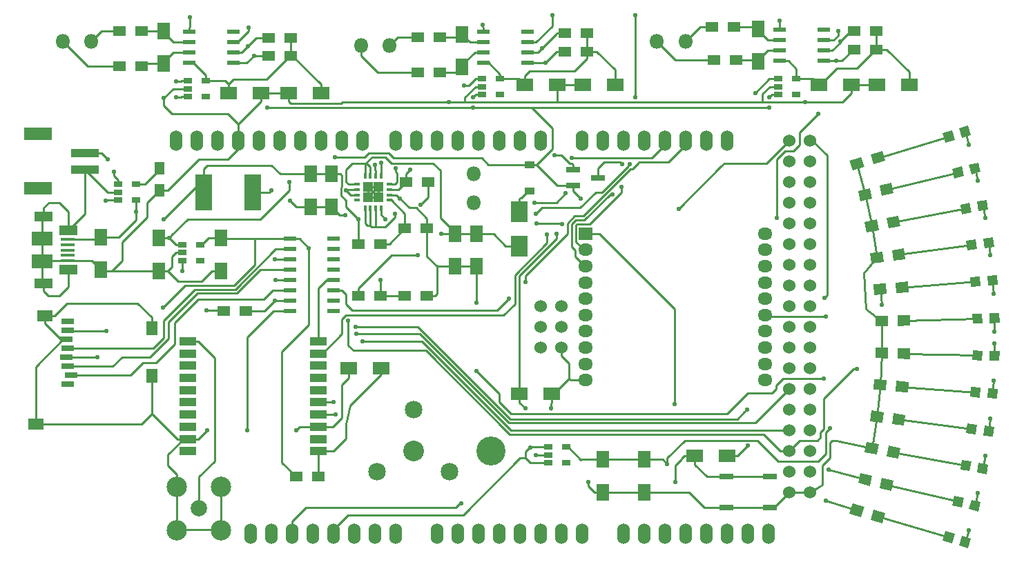
<source format=gbr>
G04 #@! TF.FileFunction,Copper,L1,Top,Signal*
%FSLAX46Y46*%
G04 Gerber Fmt 4.6, Leading zero omitted, Abs format (unit mm)*
G04 Created by KiCad (PCBNEW 4.0.0-rc1-stable) date 11/11/2015 4:04:06 PM*
%MOMM*%
G01*
G04 APERTURE LIST*
%ADD10C,0.100000*%
%ADD11O,1.524000X2.540000*%
%ADD12C,1.524000*%
%ADD13O,1.800860X1.501140*%
%ADD14R,1.800860X1.501140*%
%ADD15R,1.998980X1.000760*%
%ADD16R,1.501140X0.749300*%
%ADD17R,1.899920X1.399540*%
%ADD18R,1.399540X1.800860*%
%ADD19R,1.778000X0.762000*%
%ADD20O,1.798320X1.798320*%
%ADD21C,3.556000*%
%ADD22C,2.540000*%
%ADD23C,2.159000*%
%ADD24R,1.998980X4.500880*%
%ADD25R,1.300000X1.500000*%
%ADD26R,1.500000X1.300000*%
%ADD27R,1.600000X2.000000*%
%ADD28R,0.800000X0.350000*%
%ADD29R,0.350000X0.800000*%
%ADD30R,1.250000X1.250000*%
%ADD31R,1.800860X0.800100*%
%ADD32R,1.060000X0.650000*%
%ADD33R,3.497580X0.995680*%
%ADD34R,3.497580X0.998220*%
%ADD35R,3.398520X1.498600*%
%ADD36R,3.395980X1.498600*%
%ADD37R,1.550000X0.600000*%
%ADD38R,1.220000X0.910000*%
%ADD39R,1.699260X0.398780*%
%ADD40R,2.301240X1.300480*%
%ADD41R,2.202180X1.300480*%
%ADD42R,2.499360X1.800860*%
%ADD43R,2.029460X2.651760*%
%ADD44R,2.000000X1.600000*%
%ADD45R,1.500000X0.600000*%
%ADD46C,1.998980*%
%ADD47C,2.500000*%
%ADD48C,0.584200*%
%ADD49C,0.254000*%
G04 APERTURE END LIST*
D10*
D11*
X119380000Y-101600000D03*
X121920000Y-101600000D03*
X124460000Y-101600000D03*
X127000000Y-101600000D03*
X129540000Y-101600000D03*
X132080000Y-101600000D03*
X134620000Y-101600000D03*
X137160000Y-101600000D03*
X142240000Y-149860000D03*
X139700000Y-149860000D03*
X137160000Y-149860000D03*
X134620000Y-149860000D03*
X124460000Y-149860000D03*
X119380000Y-149860000D03*
X116840000Y-149860000D03*
X127000000Y-149860000D03*
X129540000Y-149860000D03*
X132080000Y-149860000D03*
X114300000Y-149860000D03*
X111760000Y-149860000D03*
X109220000Y-149860000D03*
X101600000Y-149860000D03*
X104140000Y-149860000D03*
X106680000Y-149860000D03*
X96520000Y-149860000D03*
X93980000Y-149860000D03*
X91440000Y-149860000D03*
X86360000Y-149860000D03*
X83820000Y-149860000D03*
X114300000Y-101600000D03*
X111760000Y-101600000D03*
X109220000Y-101600000D03*
X106680000Y-101600000D03*
X104140000Y-101600000D03*
X101600000Y-101600000D03*
X99060000Y-101600000D03*
X96520000Y-101600000D03*
X92456000Y-101600000D03*
X89916000Y-101600000D03*
X87376000Y-101600000D03*
X84836000Y-101600000D03*
X82296000Y-101600000D03*
X79756000Y-101600000D03*
X77216000Y-101600000D03*
X74676000Y-101600000D03*
X88900000Y-149860000D03*
D12*
X144780000Y-104140000D03*
X147320000Y-104140000D03*
X144780000Y-106680000D03*
X147320000Y-106680000D03*
X144780000Y-109220000D03*
X147320000Y-109220000D03*
X144780000Y-111760000D03*
X147320000Y-111760000D03*
X144780000Y-101600000D03*
X147320000Y-101600000D03*
X147320000Y-114300000D03*
X144780000Y-114300000D03*
X144780000Y-116840000D03*
X147320000Y-116840000D03*
X144780000Y-119380000D03*
X147320000Y-119380000D03*
X144780000Y-121920000D03*
X147320000Y-121920000D03*
X144780000Y-124460000D03*
X147320000Y-124460000D03*
X144780000Y-127000000D03*
X147320000Y-127000000D03*
X144780000Y-129540000D03*
X147320000Y-129540000D03*
X144780000Y-132080000D03*
X147320000Y-132080000D03*
X144780000Y-134620000D03*
X147320000Y-134620000D03*
X144780000Y-137160000D03*
X147320000Y-137160000D03*
X144780000Y-139700000D03*
X147320000Y-139700000D03*
X144780000Y-142240000D03*
X147320000Y-142240000D03*
X144780000Y-144780000D03*
X147320000Y-144780000D03*
X114300000Y-121920000D03*
X116840000Y-121920000D03*
X114300000Y-124460000D03*
X116840000Y-124460000D03*
X114300000Y-127000000D03*
X116840000Y-127000000D03*
D11*
X81280000Y-149860000D03*
X78740000Y-149860000D03*
X72136000Y-101600000D03*
X69596000Y-101600000D03*
D13*
X141810740Y-113030000D03*
X141810740Y-121031000D03*
X141810740Y-125028960D03*
X141810740Y-123029980D03*
X141810740Y-117030500D03*
X141810740Y-119029480D03*
X141810740Y-115028980D03*
X141810740Y-129029460D03*
X141810740Y-131030980D03*
X141810740Y-127030480D03*
X119809260Y-127030480D03*
X119809260Y-131030980D03*
X119809260Y-129029460D03*
X119809260Y-115028980D03*
X119809260Y-119029480D03*
X119809260Y-117030500D03*
X119809260Y-123029980D03*
X119809260Y-125028960D03*
X119809260Y-121031000D03*
D14*
X119809260Y-113030000D03*
D15*
X86995000Y-139753340D03*
X86995000Y-138254740D03*
X86995000Y-136753600D03*
X86995000Y-135255000D03*
X86995000Y-133753860D03*
X86995000Y-132255260D03*
X86995000Y-130754120D03*
X86995000Y-129255520D03*
X86995000Y-127754380D03*
X86995000Y-126255780D03*
X70993000Y-126255780D03*
X70993000Y-127754380D03*
X70993000Y-129255520D03*
X70993000Y-130754120D03*
X70993000Y-132255260D03*
X70993000Y-133753860D03*
X70993000Y-135255000D03*
X70993000Y-136753600D03*
X70993000Y-138254740D03*
X70993000Y-139753340D03*
D16*
X56299100Y-124940060D03*
X56299100Y-123840240D03*
X56098440Y-126039880D03*
X56299100Y-127139700D03*
X56299100Y-131538980D03*
X56697880Y-130439160D03*
X56299100Y-129339340D03*
X56098440Y-128239520D03*
D17*
X53449220Y-123139200D03*
X52349400Y-136387840D03*
D18*
X66598800Y-124688600D03*
X66598800Y-130489960D03*
D19*
X137033000Y-146685000D03*
X142367000Y-146685000D03*
X142367000Y-142875000D03*
X137033000Y-142875000D03*
D20*
X59182000Y-89408000D03*
X55684420Y-89408000D03*
X95758000Y-89916000D03*
X92260420Y-89916000D03*
X132021580Y-89408000D03*
X128524000Y-89408000D03*
D21*
X108204000Y-139700000D03*
D22*
X98679000Y-139700000D03*
D23*
X98679000Y-134620000D03*
X94234000Y-142240000D03*
X103124000Y-142240000D03*
D20*
X106045000Y-109220000D03*
X106045000Y-105722420D03*
D24*
X78945740Y-107950000D03*
X72946260Y-107950000D03*
D25*
X67564000Y-104996000D03*
X67564000Y-107696000D03*
D26*
X91915000Y-114300000D03*
X94615000Y-114300000D03*
X91915000Y-120650000D03*
X94615000Y-120650000D03*
X97630000Y-120650000D03*
X100330000Y-120650000D03*
X97790000Y-106680000D03*
X100490000Y-106680000D03*
X97630000Y-112395000D03*
X100330000Y-112395000D03*
D27*
X103759000Y-113062000D03*
X103759000Y-117062000D03*
D26*
X75405000Y-122555000D03*
X78105000Y-122555000D03*
X155401000Y-88138000D03*
X152701000Y-88138000D03*
D28*
X91726000Y-106975000D03*
X91726000Y-107625000D03*
X91726000Y-108275000D03*
X91726000Y-108925000D03*
D29*
X92751000Y-109950000D03*
X93401000Y-109950000D03*
X94051000Y-109950000D03*
X94701000Y-109950000D03*
D28*
X95726000Y-108925000D03*
X95726000Y-108275000D03*
X95726000Y-107625000D03*
X95726000Y-106975000D03*
D29*
X94701000Y-105950000D03*
X94051000Y-105950000D03*
X93401000Y-105950000D03*
X92751000Y-105950000D03*
D30*
X94351000Y-108575000D03*
X94351000Y-107325000D03*
X93101000Y-108575000D03*
X93101000Y-107325000D03*
D31*
X118259860Y-105222000D03*
X118259860Y-107122000D03*
X121262140Y-106172000D03*
D32*
X143426000Y-94046000D03*
X143426000Y-94996000D03*
X143426000Y-95946000D03*
X145626000Y-95946000D03*
X145626000Y-94046000D03*
X107104000Y-94046000D03*
X107104000Y-94996000D03*
X107104000Y-95946000D03*
X109304000Y-95946000D03*
X109304000Y-94046000D03*
X71036000Y-94300000D03*
X71036000Y-95250000D03*
X71036000Y-96200000D03*
X73236000Y-96200000D03*
X73236000Y-94300000D03*
D33*
X58420000Y-103139240D03*
D34*
X58420000Y-105140760D03*
D35*
X52671980Y-100794820D03*
D36*
X52671980Y-107487720D03*
D37*
X143604000Y-88011000D03*
X143604000Y-89281000D03*
X143604000Y-90551000D03*
X143604000Y-91821000D03*
X149004000Y-91821000D03*
X149004000Y-90551000D03*
X149004000Y-89281000D03*
X149004000Y-88011000D03*
X107282000Y-88265000D03*
X107282000Y-89535000D03*
X107282000Y-90805000D03*
X107282000Y-92075000D03*
X112682000Y-92075000D03*
X112682000Y-90805000D03*
X112682000Y-89535000D03*
X112682000Y-88265000D03*
X71214000Y-88265000D03*
X71214000Y-89535000D03*
X71214000Y-90805000D03*
X71214000Y-92075000D03*
X76614000Y-92075000D03*
X76614000Y-90805000D03*
X76614000Y-89535000D03*
X76614000Y-88265000D03*
D32*
X62484000Y-107000000D03*
X62484000Y-107950000D03*
X62484000Y-108900000D03*
X64684000Y-108900000D03*
X64684000Y-107000000D03*
D38*
X112903000Y-104553000D03*
X112903000Y-107823000D03*
D39*
X56240680Y-115064540D03*
X56240680Y-114414300D03*
X56240680Y-116365020D03*
D40*
X53340000Y-110964980D03*
D41*
X56339740Y-112664240D03*
D40*
X53340000Y-119164100D03*
D41*
X56339740Y-117464840D03*
D39*
X56240680Y-115714780D03*
D42*
X53139340Y-113665000D03*
X53139340Y-116464080D03*
D39*
X56240680Y-113764060D03*
D32*
X115232000Y-139258000D03*
X115232000Y-140208000D03*
X115232000Y-141158000D03*
X117432000Y-141158000D03*
X117432000Y-139258000D03*
X70317000Y-114432000D03*
X70317000Y-115382000D03*
X70317000Y-116332000D03*
X72517000Y-116332000D03*
X72517000Y-114432000D03*
D26*
X155401000Y-90424000D03*
X152701000Y-90424000D03*
X119968000Y-88392000D03*
X117268000Y-88392000D03*
X119968000Y-90678000D03*
X117268000Y-90678000D03*
X83646000Y-89027000D03*
X80946000Y-89027000D03*
X83646000Y-91186000D03*
X80946000Y-91186000D03*
X84295000Y-142875000D03*
X86995000Y-142875000D03*
X135302000Y-87630000D03*
X138002000Y-87630000D03*
X135556000Y-91694000D03*
X138256000Y-91694000D03*
X99234000Y-88900000D03*
X101934000Y-88900000D03*
X99234000Y-93218000D03*
X101934000Y-93218000D03*
X62658000Y-88138000D03*
X65358000Y-88138000D03*
X62658000Y-92456000D03*
X65358000Y-92456000D03*
D43*
X111633000Y-110383320D03*
X111633000Y-114554000D03*
D27*
X106426000Y-113062000D03*
X106426000Y-117062000D03*
X140970000Y-91916000D03*
X140970000Y-87916000D03*
X104648000Y-92551000D03*
X104648000Y-88551000D03*
X68072000Y-92170000D03*
X68072000Y-88170000D03*
D44*
X94710000Y-129540000D03*
X90710000Y-129540000D03*
X133160000Y-140335000D03*
X137160000Y-140335000D03*
D27*
X127000000Y-140780000D03*
X127000000Y-144780000D03*
X88646000Y-105728000D03*
X88646000Y-109728000D03*
X60325000Y-113475000D03*
X60325000Y-117475000D03*
X86106000Y-105728000D03*
X86106000Y-109728000D03*
X75057000Y-113602000D03*
X75057000Y-117602000D03*
X67437000Y-113602000D03*
X67437000Y-117602000D03*
D44*
X159480000Y-94742000D03*
X155480000Y-94742000D03*
X148368000Y-94742000D03*
X152368000Y-94742000D03*
X123412000Y-94742000D03*
X119412000Y-94742000D03*
X112300000Y-94742000D03*
X116300000Y-94742000D03*
X87344000Y-95758000D03*
X83344000Y-95758000D03*
X75978000Y-95758000D03*
X79978000Y-95758000D03*
D27*
X121920000Y-140780000D03*
X121920000Y-144780000D03*
D44*
X111665000Y-132715000D03*
X115665000Y-132715000D03*
D45*
X83500000Y-113665000D03*
X83500000Y-114935000D03*
X83500000Y-116205000D03*
X83500000Y-117475000D03*
X83500000Y-118745000D03*
X83500000Y-120015000D03*
X83500000Y-121285000D03*
X83500000Y-122555000D03*
X88900000Y-122555000D03*
X88900000Y-121285000D03*
X88900000Y-120015000D03*
X88900000Y-118745000D03*
X88900000Y-117475000D03*
X88900000Y-116205000D03*
X88900000Y-114935000D03*
X88900000Y-113665000D03*
D10*
G36*
X156170975Y-102868365D02*
X156540195Y-104114830D01*
X155101965Y-104540853D01*
X154732745Y-103294388D01*
X156170975Y-102868365D01*
X156170975Y-102868365D01*
G37*
G36*
X153582161Y-103635207D02*
X153951381Y-104881672D01*
X152513151Y-105307695D01*
X152143931Y-104061230D01*
X153582161Y-103635207D01*
X153582161Y-103635207D01*
G37*
G36*
X157264824Y-106819188D02*
X157568303Y-108083268D01*
X156109748Y-108433436D01*
X155806269Y-107169356D01*
X157264824Y-106819188D01*
X157264824Y-106819188D01*
G37*
G36*
X154639426Y-107449490D02*
X154942905Y-108713570D01*
X153484350Y-109063738D01*
X153180871Y-107799658D01*
X154639426Y-107449490D01*
X154639426Y-107449490D01*
G37*
G36*
X158150405Y-110821842D02*
X158387311Y-112100073D01*
X156912429Y-112373426D01*
X156675523Y-111095195D01*
X158150405Y-110821842D01*
X158150405Y-110821842D01*
G37*
G36*
X155495617Y-111313878D02*
X155732523Y-112592109D01*
X154257641Y-112865462D01*
X154020735Y-111587231D01*
X155495617Y-111313878D01*
X155495617Y-111313878D01*
G37*
G36*
X158825291Y-114865360D02*
X158994975Y-116154239D01*
X157507807Y-116350028D01*
X157338123Y-115061149D01*
X158825291Y-114865360D01*
X158825291Y-114865360D01*
G37*
G36*
X156148389Y-115217780D02*
X156318073Y-116506659D01*
X154830905Y-116702448D01*
X154661221Y-115413569D01*
X156148389Y-115217780D01*
X156148389Y-115217780D01*
G37*
G36*
X159287628Y-118938655D02*
X159389624Y-120234648D01*
X157894248Y-120352337D01*
X157792252Y-119056344D01*
X159287628Y-118938655D01*
X159287628Y-118938655D01*
G37*
G36*
X156595952Y-119150495D02*
X156697948Y-120446488D01*
X155202572Y-120564177D01*
X155100576Y-119268184D01*
X156595952Y-119150495D01*
X156595952Y-119150495D01*
G37*
G36*
X159536153Y-123030567D02*
X159570183Y-124330122D01*
X158070697Y-124369387D01*
X158036667Y-123069832D01*
X159536153Y-123030567D01*
X159536153Y-123030567D01*
G37*
G36*
X156837079Y-123101245D02*
X156871109Y-124400800D01*
X155371623Y-124440065D01*
X155337593Y-123140510D01*
X156837079Y-123101245D01*
X156837079Y-123101245D01*
G37*
G36*
X159570183Y-127129877D02*
X159536153Y-128429432D01*
X158036667Y-128390167D01*
X158070697Y-127090612D01*
X159570183Y-127129877D01*
X159570183Y-127129877D01*
G37*
G36*
X156871109Y-127059199D02*
X156837079Y-128358754D01*
X155337593Y-128319489D01*
X155371623Y-127019934D01*
X156871109Y-127059199D01*
X156871109Y-127059199D01*
G37*
G36*
X159389624Y-131225351D02*
X159287628Y-132521344D01*
X157792252Y-132403655D01*
X157894248Y-131107662D01*
X159389624Y-131225351D01*
X159389624Y-131225351D01*
G37*
G36*
X156697948Y-131013511D02*
X156595952Y-132309504D01*
X155100576Y-132191815D01*
X155202572Y-130895822D01*
X156697948Y-131013511D01*
X156697948Y-131013511D01*
G37*
G36*
X158994975Y-135305760D02*
X158825291Y-136594639D01*
X157338123Y-136398850D01*
X157507807Y-135109971D01*
X158994975Y-135305760D01*
X158994975Y-135305760D01*
G37*
G36*
X156318073Y-134953340D02*
X156148389Y-136242219D01*
X154661221Y-136046430D01*
X154830905Y-134757551D01*
X156318073Y-134953340D01*
X156318073Y-134953340D01*
G37*
G36*
X158387311Y-139359926D02*
X158150405Y-140638157D01*
X156675523Y-140364804D01*
X156912429Y-139086573D01*
X158387311Y-139359926D01*
X158387311Y-139359926D01*
G37*
G36*
X155732523Y-138867890D02*
X155495617Y-140146121D01*
X154020735Y-139872768D01*
X154257641Y-138594537D01*
X155732523Y-138867890D01*
X155732523Y-138867890D01*
G37*
G36*
X157568303Y-143376731D02*
X157264824Y-144640811D01*
X155806269Y-144290643D01*
X156109748Y-143026563D01*
X157568303Y-143376731D01*
X157568303Y-143376731D01*
G37*
G36*
X154942905Y-142746429D02*
X154639426Y-144010509D01*
X153180871Y-143660341D01*
X153484350Y-142396261D01*
X154942905Y-142746429D01*
X154942905Y-142746429D01*
G37*
G36*
X156540195Y-147345169D02*
X156170975Y-148591634D01*
X154732745Y-148165611D01*
X155101965Y-146919146D01*
X156540195Y-147345169D01*
X156540195Y-147345169D01*
G37*
G36*
X153951381Y-146578327D02*
X153582161Y-147824792D01*
X152143931Y-147398769D01*
X152513151Y-146152304D01*
X153951381Y-146578327D01*
X153951381Y-146578327D01*
G37*
G36*
X166711699Y-99798792D02*
X167052199Y-100948302D01*
X165902689Y-101288802D01*
X165562189Y-100139292D01*
X166711699Y-99798792D01*
X166711699Y-99798792D01*
G37*
G36*
X164700057Y-100394668D02*
X165040557Y-101544178D01*
X163891047Y-101884678D01*
X163550547Y-100735168D01*
X164700057Y-100394668D01*
X164700057Y-100394668D01*
G37*
G36*
X167951752Y-104305479D02*
X168231625Y-105471234D01*
X167065870Y-105751107D01*
X166785997Y-104585352D01*
X167951752Y-104305479D01*
X167951752Y-104305479D01*
G37*
G36*
X165911682Y-104795257D02*
X166191555Y-105961012D01*
X165025800Y-106240885D01*
X164745927Y-105075130D01*
X165911682Y-104795257D01*
X165911682Y-104795257D01*
G37*
G36*
X168954244Y-108870889D02*
X169172723Y-110049694D01*
X167993918Y-110268173D01*
X167775439Y-109089368D01*
X168954244Y-108870889D01*
X168954244Y-108870889D01*
G37*
G36*
X166891336Y-109253227D02*
X167109815Y-110432032D01*
X165931010Y-110650511D01*
X165712531Y-109471706D01*
X166891336Y-109253227D01*
X166891336Y-109253227D01*
G37*
G36*
X169716427Y-113482510D02*
X169872912Y-114671133D01*
X168684289Y-114827618D01*
X168527804Y-113638995D01*
X169716427Y-113482510D01*
X169716427Y-113482510D01*
G37*
G36*
X167636337Y-113756360D02*
X167792822Y-114944983D01*
X166604199Y-115101468D01*
X166447714Y-113912845D01*
X167636337Y-113756360D01*
X167636337Y-113756360D01*
G37*
G36*
X170236212Y-118127700D02*
X170330275Y-119322885D01*
X169135090Y-119416948D01*
X169041027Y-118221763D01*
X170236212Y-118127700D01*
X170236212Y-118127700D01*
G37*
G36*
X168144640Y-118292310D02*
X168238703Y-119487495D01*
X167043518Y-119581558D01*
X166949455Y-118386373D01*
X168144640Y-118292310D01*
X168144640Y-118292310D01*
G37*
G36*
X170512175Y-122793728D02*
X170543558Y-123992197D01*
X169345089Y-124023580D01*
X169313706Y-122825111D01*
X170512175Y-122793728D01*
X170512175Y-122793728D01*
G37*
G36*
X168414853Y-122848648D02*
X168446236Y-124047117D01*
X167247767Y-124078500D01*
X167216384Y-122880031D01*
X168414853Y-122848648D01*
X168414853Y-122848648D01*
G37*
G36*
X170543558Y-127467802D02*
X170512175Y-128666271D01*
X169313706Y-128634888D01*
X169345089Y-127436419D01*
X170543558Y-127467802D01*
X170543558Y-127467802D01*
G37*
G36*
X168446236Y-127412882D02*
X168414853Y-128611351D01*
X167216384Y-128579968D01*
X167247767Y-127381499D01*
X168446236Y-127412882D01*
X168446236Y-127412882D01*
G37*
G36*
X170330275Y-132137114D02*
X170236212Y-133332299D01*
X169041027Y-133238236D01*
X169135090Y-132043051D01*
X170330275Y-132137114D01*
X170330275Y-132137114D01*
G37*
G36*
X168238703Y-131972504D02*
X168144640Y-133167689D01*
X166949455Y-133073626D01*
X167043518Y-131878441D01*
X168238703Y-131972504D01*
X168238703Y-131972504D01*
G37*
G36*
X169872912Y-136788866D02*
X169716427Y-137977489D01*
X168527804Y-137821004D01*
X168684289Y-136632381D01*
X169872912Y-136788866D01*
X169872912Y-136788866D01*
G37*
G36*
X167792822Y-136515016D02*
X167636337Y-137703639D01*
X166447714Y-137547154D01*
X166604199Y-136358531D01*
X167792822Y-136515016D01*
X167792822Y-136515016D01*
G37*
G36*
X169172723Y-141410305D02*
X168954244Y-142589110D01*
X167775439Y-142370631D01*
X167993918Y-141191826D01*
X169172723Y-141410305D01*
X169172723Y-141410305D01*
G37*
G36*
X167109815Y-141027967D02*
X166891336Y-142206772D01*
X165712531Y-141988293D01*
X165931010Y-140809488D01*
X167109815Y-141027967D01*
X167109815Y-141027967D01*
G37*
G36*
X168231625Y-145988765D02*
X167951752Y-147154520D01*
X166785997Y-146874647D01*
X167065870Y-145708892D01*
X168231625Y-145988765D01*
X168231625Y-145988765D01*
G37*
G36*
X166191555Y-145498987D02*
X165911682Y-146664742D01*
X164745927Y-146384869D01*
X165025800Y-145219114D01*
X166191555Y-145498987D01*
X166191555Y-145498987D01*
G37*
G36*
X167052199Y-150511697D02*
X166711699Y-151661207D01*
X165562189Y-151320707D01*
X165902689Y-150171197D01*
X167052199Y-150511697D01*
X167052199Y-150511697D01*
G37*
G36*
X165040557Y-149915821D02*
X164700057Y-151065331D01*
X163550547Y-150724831D01*
X163891047Y-149575321D01*
X165040557Y-149915821D01*
X165040557Y-149915821D01*
G37*
D46*
X72364600Y-146786600D03*
D47*
X75064620Y-144086580D03*
X69664580Y-144086580D03*
X69664580Y-149486620D03*
X75064620Y-149486620D03*
D48*
X78282800Y-137160000D03*
X68072000Y-96393000D03*
X71247000Y-86487000D03*
X102997000Y-96901000D03*
X107188000Y-87360110D03*
X146685000Y-96901000D03*
X143604000Y-86901000D03*
X94736933Y-104343269D03*
X115570000Y-134508890D03*
X106426000Y-121539000D03*
X120142000Y-143510000D03*
X113665000Y-140208000D03*
X83566000Y-108966000D03*
X97028000Y-108712000D03*
X90297000Y-110744000D03*
X96393000Y-110617000D03*
X93101000Y-107325000D03*
X94234000Y-108458000D03*
X84328000Y-137160000D03*
X73406000Y-137160000D03*
X91948000Y-111252000D03*
X99568000Y-109474000D03*
X95250000Y-111252000D03*
X68072000Y-111252000D03*
X60960000Y-108966000D03*
X61214000Y-103886000D03*
X139700000Y-139065000D03*
X89154000Y-135255000D03*
X115951000Y-103378000D03*
X96520000Y-105029000D03*
X89027000Y-103632000D03*
X83439000Y-106680000D03*
X80772000Y-97536000D03*
X69596000Y-96266000D03*
X69596000Y-94361000D03*
X106000000Y-97520110D03*
X104902000Y-94869000D03*
X106000000Y-96266000D03*
X142322000Y-97520110D03*
X142322000Y-96266000D03*
X140589000Y-95758000D03*
X131191000Y-109982000D03*
X116205000Y-113030000D03*
X119195810Y-108712000D03*
X149098000Y-120904000D03*
X169926000Y-126492000D03*
X113030000Y-139319000D03*
X112389000Y-134493000D03*
X68703000Y-113602000D03*
X70317000Y-117643000D03*
X73279000Y-122478800D03*
X59893200Y-128244600D03*
X67995800Y-122097800D03*
X113665000Y-110617000D03*
X85852000Y-114808000D03*
X125206103Y-104510882D03*
X167894000Y-106553000D03*
X149733000Y-136906000D03*
X129794000Y-141351000D03*
X130683000Y-133985000D03*
X166751000Y-149479000D03*
X167894000Y-144907000D03*
X169418000Y-135763000D03*
X168783000Y-140335000D03*
X149225000Y-123190000D03*
X169799000Y-131064000D03*
X116942173Y-111889219D03*
X113792000Y-111760000D03*
X61976000Y-105410000D03*
X169926000Y-125095000D03*
X156083000Y-121793000D03*
X117348000Y-108077000D03*
X113538000Y-109220000D03*
X64684000Y-110342996D03*
X169799000Y-120396000D03*
X124299951Y-104521000D03*
X169418000Y-115697000D03*
X153035000Y-129667000D03*
X168783000Y-111125000D03*
X90678000Y-123698000D03*
X81661000Y-116205000D03*
X148971000Y-130810000D03*
X106426000Y-129921000D03*
X88900000Y-133731000D03*
X166751000Y-102108000D03*
X102108000Y-113030000D03*
X99187000Y-115697000D03*
X114867000Y-92075000D03*
X79121000Y-91186000D03*
X150471764Y-91821000D03*
X98298000Y-105156000D03*
X94615000Y-118745000D03*
X93980000Y-104548270D03*
X125857000Y-86233000D03*
X125857000Y-96266000D03*
X115697000Y-86233000D03*
X78486000Y-87757000D03*
X150749000Y-88138000D03*
X81280000Y-107696000D03*
X90424000Y-107696000D03*
X130810000Y-143510000D03*
X104521000Y-146177000D03*
X124206000Y-107315000D03*
X149225000Y-145796000D03*
X123061740Y-108204000D03*
X149606000Y-141986000D03*
X78359000Y-90043000D03*
X114427000Y-90297000D03*
X151003000Y-89408000D03*
X148336000Y-98298000D03*
X143256000Y-111125000D03*
X91694000Y-125349000D03*
X81661000Y-121285000D03*
X115062000Y-113157000D03*
X118110000Y-103759000D03*
X112395000Y-118999000D03*
X110363000Y-121031000D03*
X139573000Y-134620000D03*
X91567000Y-124460000D03*
X81788000Y-118745000D03*
X61036200Y-124993400D03*
X92456000Y-126238000D03*
D49*
X83500000Y-117475000D02*
X79908400Y-117475000D01*
X79908400Y-117475000D02*
X77041390Y-120342010D01*
X77041390Y-120342010D02*
X72164590Y-120342010D01*
X72164590Y-120342010D02*
X68605400Y-123901200D01*
X68605400Y-123901200D02*
X68605400Y-125914867D01*
X68605400Y-125914867D02*
X66326467Y-128193800D01*
X66326467Y-128193800D02*
X62966600Y-128193800D01*
X62966600Y-128193800D02*
X61821060Y-129339340D01*
X61821060Y-129339340D02*
X56299100Y-129339340D01*
X68072000Y-125806200D02*
X66738500Y-127139700D01*
X66738500Y-127139700D02*
X56299100Y-127139700D01*
X68072000Y-123698000D02*
X68072000Y-125806200D01*
X71882000Y-119888000D02*
X68072000Y-123698000D01*
X81788000Y-114942066D02*
X82669934Y-114942066D01*
X82669934Y-114942066D02*
X82677000Y-114935000D01*
X76842066Y-119888000D02*
X81788000Y-114942066D01*
X83500000Y-114935000D02*
X82677000Y-114935000D01*
X71882000Y-119888000D02*
X76842066Y-119888000D01*
X155636470Y-147755390D02*
X164295552Y-150320326D01*
X156687286Y-143833687D02*
X165468741Y-145941928D01*
X157531417Y-139862365D02*
X166411173Y-141508130D01*
X158166549Y-135852305D02*
X167120268Y-137031085D01*
X158590938Y-131814503D02*
X167594079Y-132523065D01*
X158803425Y-127760022D02*
X167831310Y-127996425D01*
X158803425Y-123699977D02*
X167831310Y-123463574D01*
X158590938Y-119645496D02*
X167594079Y-118936934D01*
X158166549Y-115607694D02*
X167120268Y-114428914D01*
X157531417Y-111597634D02*
X166411173Y-109951869D01*
X156687286Y-107626312D02*
X165468741Y-105518071D01*
X155636470Y-103704609D02*
X164295552Y-101139673D01*
X78282800Y-125780800D02*
X78282800Y-137160000D01*
X81508600Y-122555000D02*
X78282800Y-125780800D01*
X83500000Y-122555000D02*
X81508600Y-122555000D01*
X64846200Y-121564400D02*
X66598800Y-123317000D01*
X66598800Y-123317000D02*
X66598800Y-124688600D01*
X56227980Y-121564400D02*
X64846200Y-121564400D01*
X53449220Y-123139200D02*
X54653180Y-123139200D01*
X54653180Y-123139200D02*
X56227980Y-121564400D01*
X66598800Y-135114030D02*
X65324990Y-136387840D01*
X65324990Y-136387840D02*
X52349400Y-136387840D01*
X66598800Y-130489960D02*
X66598800Y-135114030D01*
X66598800Y-135114030D02*
X69739510Y-138254740D01*
X69739510Y-138254740D02*
X70993000Y-138254740D01*
X52349400Y-136387840D02*
X52349400Y-129413000D01*
X52349400Y-129413000D02*
X55722520Y-126039880D01*
X55722520Y-126039880D02*
X56098440Y-126039880D01*
X53449220Y-123139200D02*
X53449220Y-124092970D01*
X53449220Y-124092970D02*
X55396130Y-126039880D01*
X55396130Y-126039880D02*
X56098440Y-126039880D01*
X102997000Y-96901000D02*
X89954100Y-96901000D01*
X89954100Y-96901000D02*
X89789000Y-97066100D01*
X89789000Y-97066100D02*
X83598100Y-97066100D01*
X83598100Y-97066100D02*
X83344000Y-96812000D01*
X83344000Y-96812000D02*
X83344000Y-95758000D01*
X105001989Y-96901000D02*
X102997000Y-96901000D01*
X141467371Y-96901000D02*
X146685000Y-96901000D01*
X151263000Y-96901000D02*
X146685000Y-96901000D01*
X71247000Y-87678000D02*
X71247000Y-86487000D01*
X71214000Y-88265000D02*
X71214000Y-87711000D01*
X71214000Y-87711000D02*
X71247000Y-87678000D01*
X71036000Y-95250000D02*
X69215000Y-95250000D01*
X69215000Y-95250000D02*
X68072000Y-96393000D01*
X68072000Y-96393000D02*
X68072000Y-97282000D01*
X68072000Y-97282000D02*
X69088000Y-98298000D01*
X69088000Y-98298000D02*
X75940000Y-98298000D01*
X75940000Y-98298000D02*
X77216000Y-99574000D01*
X107188000Y-87617000D02*
X107188000Y-87360110D01*
X107282000Y-88265000D02*
X107282000Y-87711000D01*
X107282000Y-87711000D02*
X107188000Y-87617000D01*
X105001989Y-96901000D02*
X116276182Y-96901000D01*
X116276182Y-96901000D02*
X140775482Y-96901000D01*
X116300000Y-94742000D02*
X116300000Y-95796000D01*
X116300000Y-95796000D02*
X116276182Y-95819818D01*
X116276182Y-95819818D02*
X116276182Y-96901000D01*
X116300000Y-94742000D02*
X117554000Y-94742000D01*
X117554000Y-94742000D02*
X119412000Y-94742000D01*
X140775482Y-96901000D02*
X141467371Y-96901000D01*
X143426000Y-94996000D02*
X142367000Y-94996000D01*
X142367000Y-94996000D02*
X141467371Y-95895629D01*
X141467371Y-95895629D02*
X141467371Y-96901000D01*
X143604000Y-88011000D02*
X143604000Y-86901000D01*
X94736933Y-104343269D02*
X94701000Y-105950000D01*
X94701000Y-104353000D02*
X94727202Y-104353000D01*
X94727202Y-104353000D02*
X94736933Y-104343269D01*
X107104000Y-94996000D02*
X106320000Y-94996000D01*
X106320000Y-94996000D02*
X105001989Y-96314011D01*
X105001989Y-96314011D02*
X105001989Y-96901000D01*
X152368000Y-94742000D02*
X153622000Y-94742000D01*
X153622000Y-94742000D02*
X155480000Y-94742000D01*
X151263000Y-96901000D02*
X152368000Y-95796000D01*
X152368000Y-95796000D02*
X152368000Y-94742000D01*
X79978000Y-95758000D02*
X83344000Y-95758000D01*
X77216000Y-99574000D02*
X77216000Y-101600000D01*
X79978000Y-95758000D02*
X79978000Y-96812000D01*
X79978000Y-96812000D02*
X77216000Y-99574000D01*
X155489647Y-115960114D02*
X153924000Y-117856000D01*
X154178000Y-122301000D02*
X156104351Y-123770655D01*
X153924000Y-117856000D02*
X154178000Y-122301000D01*
X155489647Y-115960114D02*
X155438886Y-115960114D01*
X149733000Y-140589000D02*
X148844000Y-141478000D01*
X148844000Y-141478000D02*
X148844000Y-143891000D01*
X149733000Y-138684000D02*
X149733000Y-140589000D01*
X149987000Y-138430000D02*
X149733000Y-138684000D01*
X150495000Y-138430000D02*
X149987000Y-138430000D01*
X154876629Y-139370329D02*
X150495000Y-138430000D01*
X148844000Y-143891000D02*
X147320000Y-144780000D01*
X115570000Y-133864000D02*
X115570000Y-134508890D01*
X115570000Y-134620000D02*
X115570000Y-134508890D01*
X115665000Y-132715000D02*
X115665000Y-133769000D01*
X115665000Y-133769000D02*
X115570000Y-133864000D01*
X156104351Y-123770655D02*
X156104351Y-127689344D01*
X156104351Y-127689344D02*
X155899262Y-131602663D01*
X155899262Y-131602663D02*
X155489647Y-135499885D01*
X155489647Y-135499885D02*
X154876629Y-139370329D01*
X155489647Y-115960114D02*
X154876629Y-112089670D01*
X154876629Y-112089670D02*
X154061888Y-108256614D01*
X154061888Y-108256614D02*
X153047656Y-104471451D01*
X106426000Y-118316000D02*
X106426000Y-121539000D01*
X106426000Y-117062000D02*
X106426000Y-118316000D01*
X116840000Y-127000000D02*
X116840000Y-128077630D01*
X116840000Y-128077630D02*
X117770000Y-129007630D01*
X117770000Y-129007630D02*
X117770000Y-130810000D01*
X117770000Y-130810000D02*
X117990980Y-131030980D01*
X117990980Y-131030980D02*
X119809260Y-131030980D01*
X115665000Y-132715000D02*
X115865000Y-132715000D01*
X115865000Y-132715000D02*
X117770000Y-130810000D01*
X120142000Y-143510000D02*
X120142000Y-144056000D01*
X120142000Y-144056000D02*
X120866000Y-144780000D01*
X120866000Y-144780000D02*
X121920000Y-144780000D01*
X115232000Y-140208000D02*
X113665000Y-140208000D01*
X142367000Y-146685000D02*
X142875000Y-146685000D01*
X142875000Y-146685000D02*
X144780000Y-144780000D01*
X147320000Y-144780000D02*
X144780000Y-144780000D01*
X142367000Y-146685000D02*
X137033000Y-146685000D01*
X132461000Y-144780000D02*
X134366000Y-146685000D01*
X134366000Y-146685000D02*
X137033000Y-146685000D01*
X127000000Y-144780000D02*
X132461000Y-144780000D01*
X121920000Y-144780000D02*
X122974000Y-144780000D01*
X122974000Y-144780000D02*
X127000000Y-144780000D01*
X83566000Y-108966000D02*
X84328000Y-109728000D01*
X84328000Y-109728000D02*
X86106000Y-109728000D01*
X95726000Y-108275000D02*
X96591000Y-108275000D01*
X96591000Y-108275000D02*
X97028000Y-108712000D01*
X100330000Y-112395000D02*
X100330000Y-111152270D01*
X100330000Y-111152270D02*
X99032730Y-109855000D01*
X99032730Y-109855000D02*
X98171000Y-109855000D01*
X98171000Y-109855000D02*
X97028000Y-108712000D01*
X93020000Y-112070000D02*
X92751000Y-111801000D01*
X92751000Y-111801000D02*
X92751000Y-109950000D01*
X93401000Y-112070000D02*
X93020000Y-112070000D01*
X93528000Y-112197000D02*
X93401000Y-112070000D01*
X93401000Y-112070000D02*
X93401000Y-109950000D01*
X94051000Y-112197000D02*
X93528000Y-112197000D01*
X90297000Y-110744000D02*
X89662000Y-110744000D01*
X89662000Y-110744000D02*
X88646000Y-109728000D01*
X96393000Y-111025270D02*
X96393000Y-110617000D01*
X94051000Y-112197000D02*
X95221270Y-112197000D01*
X95221270Y-112197000D02*
X96393000Y-111025270D01*
X100330000Y-120650000D02*
X101334000Y-120650000D01*
X101334000Y-120650000D02*
X101568000Y-120416000D01*
X101568000Y-120416000D02*
X101568000Y-117062000D01*
X106426000Y-117062000D02*
X103759000Y-117062000D01*
X100330000Y-115824000D02*
X101568000Y-117062000D01*
X101568000Y-117062000D02*
X103759000Y-117062000D01*
X100330000Y-112395000D02*
X100330000Y-115824000D01*
X93101000Y-107325000D02*
X94351000Y-107325000D01*
X94351000Y-107325000D02*
X94351000Y-108575000D01*
X94351000Y-108575000D02*
X93101000Y-108575000D01*
X93101000Y-108575000D02*
X93101000Y-107325000D01*
X94351000Y-108575000D02*
X93101000Y-107325000D01*
X94351000Y-108575000D02*
X94234000Y-108458000D01*
X94051000Y-109950000D02*
X94051000Y-112197000D01*
X70993000Y-138254740D02*
X72311260Y-138254740D01*
X84734400Y-136753600D02*
X86995000Y-136753600D01*
X84328000Y-137160000D02*
X84734400Y-136753600D01*
X72311260Y-138254740D02*
X73406000Y-137160000D01*
X90710000Y-129540000D02*
X90710000Y-130778000D01*
X90710000Y-130778000D02*
X89916000Y-131572000D01*
X89916000Y-131572000D02*
X89916000Y-135636000D01*
X89916000Y-135636000D02*
X88798400Y-136753600D01*
X88798400Y-136753600D02*
X86995000Y-136753600D01*
X88646000Y-109728000D02*
X86106000Y-109728000D01*
X77216000Y-101600000D02*
X77216000Y-102616000D01*
X77216000Y-102616000D02*
X75946000Y-103886000D01*
X75946000Y-103886000D02*
X72390000Y-103886000D01*
X72390000Y-103886000D02*
X68580000Y-107696000D01*
X68580000Y-107696000D02*
X67564000Y-107696000D01*
X67564000Y-107696000D02*
X66040000Y-109220000D01*
X62992000Y-116332000D02*
X61722000Y-117602000D01*
X62992000Y-114046000D02*
X62992000Y-116332000D01*
X66040000Y-110998000D02*
X62992000Y-114046000D01*
X66040000Y-109220000D02*
X66040000Y-110998000D01*
X58420000Y-105140760D02*
X58420000Y-110583980D01*
X58420000Y-110583980D02*
X56339740Y-112664240D01*
X62484000Y-107950000D02*
X61229240Y-107950000D01*
X61229240Y-107950000D02*
X58420000Y-105140760D01*
X67437000Y-117602000D02*
X61722000Y-117602000D01*
X61722000Y-117602000D02*
X60452000Y-117602000D01*
X60452000Y-117602000D02*
X60325000Y-117475000D01*
X83500000Y-122555000D02*
X83185000Y-122555000D01*
X68580000Y-117602000D02*
X69850000Y-118872000D01*
X69850000Y-118872000D02*
X72733000Y-118872000D01*
X72733000Y-118872000D02*
X74003000Y-117602000D01*
X74003000Y-117602000D02*
X75057000Y-117602000D01*
X69088000Y-117094000D02*
X69088000Y-115827000D01*
X69088000Y-115827000D02*
X69533000Y-115382000D01*
X69533000Y-115382000D02*
X70317000Y-115382000D01*
X68580000Y-117602000D02*
X69088000Y-117094000D01*
X67437000Y-117602000D02*
X68580000Y-117602000D01*
X56339740Y-117464840D02*
X56339740Y-119555260D01*
X53340000Y-120068340D02*
X53340000Y-119164100D01*
X53921660Y-120650000D02*
X53340000Y-120068340D01*
X55245000Y-120650000D02*
X53921660Y-120650000D01*
X56339740Y-119555260D02*
X55245000Y-120650000D01*
X53139340Y-116464080D02*
X53139340Y-118963440D01*
X53139340Y-118963440D02*
X53340000Y-119164100D01*
X53975000Y-109220000D02*
X53340000Y-109855000D01*
X56339740Y-112664240D02*
X56339740Y-110314740D01*
X56339740Y-110314740D02*
X55245000Y-109220000D01*
X55245000Y-109220000D02*
X53975000Y-109220000D01*
X53340000Y-109855000D02*
X53340000Y-110964980D01*
X53139340Y-113665000D02*
X53139340Y-111165640D01*
X53139340Y-111165640D02*
X53340000Y-110964980D01*
X56240680Y-116365020D02*
X59215020Y-116365020D01*
X59215020Y-116365020D02*
X60325000Y-117475000D01*
X56240680Y-116365020D02*
X53238400Y-116365020D01*
X53238400Y-116365020D02*
X53139340Y-116464080D01*
X53139340Y-113665000D02*
X53139340Y-114819430D01*
X53139340Y-114819430D02*
X53139340Y-116464080D01*
X68580000Y-141461508D02*
X68580000Y-140168630D01*
X68580000Y-140168630D02*
X70493890Y-138254740D01*
X70493890Y-138254740D02*
X70993000Y-138254740D01*
X69689980Y-143984980D02*
X69689980Y-142571488D01*
X69689980Y-142571488D02*
X68580000Y-141461508D01*
X69689980Y-143984980D02*
X69689980Y-145398472D01*
X69689980Y-145398472D02*
X69689980Y-149385020D01*
X75090020Y-149385020D02*
X73676528Y-149385020D01*
X73676528Y-149385020D02*
X69689980Y-149385020D01*
X75090020Y-143984980D02*
X75090020Y-145398472D01*
X75090020Y-145398472D02*
X75090020Y-149385020D01*
X69392800Y-126619000D02*
X69392800Y-123977400D01*
X69392800Y-123977400D02*
X72313800Y-121056400D01*
X67132200Y-128879600D02*
X69392800Y-126619000D01*
X65506600Y-128879600D02*
X67132200Y-128879600D01*
X63947040Y-130439160D02*
X65506600Y-128879600D01*
X56697880Y-130439160D02*
X63947040Y-130439160D01*
X80365600Y-121056400D02*
X72313800Y-121056400D01*
X81407000Y-120015000D02*
X80365600Y-121056400D01*
X83500000Y-120015000D02*
X81407000Y-120015000D01*
X73236000Y-94300000D02*
X75574000Y-94300000D01*
X75574000Y-94300000D02*
X75978000Y-94704000D01*
X75978000Y-94704000D02*
X75978000Y-95758000D01*
X71214000Y-92075000D02*
X71689000Y-92075000D01*
X71689000Y-92075000D02*
X73236000Y-93622000D01*
X73236000Y-93622000D02*
X73236000Y-94300000D01*
X76575000Y-94107000D02*
X80625000Y-94107000D01*
X80625000Y-94107000D02*
X83546000Y-91186000D01*
X83546000Y-91186000D02*
X83646000Y-91186000D01*
X75978000Y-94704000D02*
X76575000Y-94107000D01*
X83646000Y-91186000D02*
X83826000Y-91186000D01*
X83826000Y-91186000D02*
X87344000Y-94704000D01*
X87344000Y-94704000D02*
X87344000Y-95758000D01*
X83646000Y-89027000D02*
X83646000Y-91186000D01*
X109304000Y-94046000D02*
X111604000Y-94046000D01*
X111604000Y-94046000D02*
X112300000Y-94742000D01*
X107282000Y-92075000D02*
X107912000Y-92075000D01*
X107912000Y-92075000D02*
X109304000Y-93467000D01*
X109304000Y-93467000D02*
X109304000Y-94046000D01*
X119968000Y-90678000D02*
X119968000Y-91582000D01*
X119968000Y-91582000D02*
X118459000Y-93091000D01*
X118459000Y-93091000D02*
X112897000Y-93091000D01*
X112897000Y-93091000D02*
X112300000Y-93688000D01*
X112300000Y-93688000D02*
X112300000Y-94742000D01*
X121158000Y-90678000D02*
X123412000Y-92932000D01*
X123412000Y-92932000D02*
X123412000Y-94742000D01*
X119968000Y-90678000D02*
X121158000Y-90678000D01*
X119968000Y-88392000D02*
X119968000Y-90678000D01*
X148368000Y-94742000D02*
X148590000Y-94742000D01*
X148590000Y-94742000D02*
X150622000Y-92710000D01*
X155301000Y-90424000D02*
X155401000Y-90424000D01*
X150622000Y-92710000D02*
X153015000Y-92710000D01*
X153015000Y-92710000D02*
X155301000Y-90424000D01*
X156718000Y-90424000D02*
X155401000Y-90424000D01*
X155401000Y-88138000D02*
X155401000Y-90424000D01*
X156718000Y-90424000D02*
X159480000Y-93186000D01*
X159480000Y-93186000D02*
X159480000Y-94742000D01*
X145626000Y-94046000D02*
X147672000Y-94046000D01*
X147672000Y-94046000D02*
X148368000Y-94742000D01*
X143604000Y-91821000D02*
X144633000Y-91821000D01*
X144633000Y-91821000D02*
X145626000Y-92814000D01*
X145626000Y-92814000D02*
X145626000Y-93467000D01*
X145626000Y-93467000D02*
X145626000Y-94046000D01*
X91915000Y-114300000D02*
X91915000Y-111285000D01*
X91915000Y-111285000D02*
X91948000Y-111252000D01*
X90424000Y-109728000D02*
X91948000Y-111252000D01*
X89700000Y-105728000D02*
X89916000Y-105944000D01*
X88646000Y-105728000D02*
X89700000Y-105728000D01*
X89804899Y-107398831D02*
X89804899Y-108346899D01*
X89916000Y-107287730D02*
X89804899Y-107398831D01*
X89916000Y-105944000D02*
X89916000Y-107287730D01*
X89804899Y-108346899D02*
X90424000Y-108966000D01*
X90424000Y-108966000D02*
X90424000Y-109728000D01*
X100490000Y-106680000D02*
X100490000Y-108552000D01*
X100490000Y-108552000D02*
X99568000Y-109474000D01*
X94701000Y-110703000D02*
X94701000Y-109950000D01*
X95250000Y-111252000D02*
X94701000Y-110703000D01*
X72946260Y-107950000D02*
X72946260Y-105107740D01*
X82360000Y-105728000D02*
X86106000Y-105728000D01*
X81280000Y-104648000D02*
X82360000Y-105728000D01*
X73406000Y-104648000D02*
X81280000Y-104648000D01*
X72946260Y-105107740D02*
X73406000Y-104648000D01*
X72946260Y-107950000D02*
X72136000Y-107188000D01*
X72136000Y-107188000D02*
X68072000Y-111252000D01*
X86106000Y-105728000D02*
X88646000Y-105728000D01*
X58420000Y-103139240D02*
X60467240Y-103139240D01*
X61026000Y-108900000D02*
X62484000Y-108900000D01*
X60960000Y-108966000D02*
X61026000Y-108900000D01*
X60467240Y-103139240D02*
X61214000Y-103886000D01*
X139700000Y-139065000D02*
X138430000Y-140335000D01*
X138430000Y-140335000D02*
X137160000Y-140335000D01*
X94710000Y-129540000D02*
X94710000Y-130334000D01*
X94710000Y-130334000D02*
X90932000Y-134112000D01*
X90932000Y-134112000D02*
X90424000Y-136398000D01*
X90424000Y-136398000D02*
X90424000Y-136398000D01*
X90424000Y-136398000D02*
X90424000Y-138176000D01*
X90424000Y-138176000D02*
X88846660Y-139753340D01*
X88846660Y-139753340D02*
X86995000Y-139753340D01*
X86995000Y-139753340D02*
X86995000Y-142875000D01*
X68072000Y-92170000D02*
X65644000Y-92170000D01*
X65644000Y-92170000D02*
X65358000Y-92456000D01*
X71214000Y-90805000D02*
X69237000Y-90805000D01*
X69237000Y-90805000D02*
X68072000Y-91970000D01*
X68072000Y-91970000D02*
X68072000Y-92170000D01*
X65358000Y-88138000D02*
X68040000Y-88138000D01*
X68040000Y-88138000D02*
X68072000Y-88170000D01*
X71214000Y-89535000D02*
X69237000Y-89535000D01*
X69237000Y-89535000D02*
X68072000Y-88370000D01*
X68072000Y-88370000D02*
X68072000Y-88170000D01*
X101934000Y-93218000D02*
X103981000Y-93218000D01*
X103981000Y-93218000D02*
X104648000Y-92551000D01*
X107282000Y-90805000D02*
X106194000Y-90805000D01*
X106194000Y-90805000D02*
X104648000Y-92351000D01*
X104648000Y-92351000D02*
X104648000Y-92551000D01*
X107282000Y-89535000D02*
X105632000Y-89535000D01*
X105632000Y-89535000D02*
X104648000Y-88551000D01*
X101934000Y-88900000D02*
X104299000Y-88900000D01*
X104299000Y-88900000D02*
X104648000Y-88551000D01*
X138256000Y-91694000D02*
X140748000Y-91694000D01*
X140748000Y-91694000D02*
X140970000Y-91916000D01*
X143604000Y-90551000D02*
X142135000Y-90551000D01*
X142135000Y-90551000D02*
X140970000Y-91716000D01*
X140970000Y-91716000D02*
X140970000Y-91916000D01*
X138002000Y-87630000D02*
X140684000Y-87630000D01*
X140684000Y-87630000D02*
X140970000Y-87916000D01*
X140970000Y-87916000D02*
X140970000Y-88116000D01*
X140970000Y-88116000D02*
X142135000Y-89281000D01*
X142135000Y-89281000D02*
X142575000Y-89281000D01*
X142575000Y-89281000D02*
X143604000Y-89281000D01*
X62658000Y-92456000D02*
X58732420Y-92456000D01*
X58732420Y-92456000D02*
X55684420Y-89408000D01*
X62658000Y-88138000D02*
X60452000Y-88138000D01*
X60452000Y-88138000D02*
X59182000Y-89408000D01*
X92260420Y-89916000D02*
X92260420Y-91187604D01*
X92260420Y-91187604D02*
X94290816Y-93218000D01*
X94290816Y-93218000D02*
X98230000Y-93218000D01*
X98230000Y-93218000D02*
X99234000Y-93218000D01*
X95758000Y-89916000D02*
X96774000Y-88900000D01*
X96774000Y-88900000D02*
X99234000Y-88900000D01*
X135556000Y-91694000D02*
X130810000Y-91694000D01*
X130810000Y-91694000D02*
X128524000Y-89408000D01*
X135302000Y-87630000D02*
X133799580Y-87630000D01*
X133799580Y-87630000D02*
X132021580Y-89408000D01*
X74295000Y-140970000D02*
X72390000Y-142875000D01*
X72390000Y-142875000D02*
X72390000Y-146685000D01*
X74295000Y-128304290D02*
X74295000Y-140970000D01*
X72246490Y-126255780D02*
X74295000Y-128304290D01*
X70993000Y-126255780D02*
X72246490Y-126255780D01*
X111887000Y-108684000D02*
X111752440Y-108684000D01*
X111752440Y-108684000D02*
X111633000Y-108803440D01*
X111633000Y-108803440D02*
X111633000Y-110383320D01*
X112903000Y-107823000D02*
X112748000Y-107823000D01*
X112748000Y-107823000D02*
X111887000Y-108684000D01*
X88248490Y-135255000D02*
X89154000Y-135255000D01*
X86995000Y-135255000D02*
X88248490Y-135255000D01*
X115951000Y-103378000D02*
X116812730Y-103378000D01*
X116812730Y-103378000D02*
X117812831Y-104378101D01*
X117812831Y-104378101D02*
X118070011Y-104378101D01*
X96520000Y-105029000D02*
X96520000Y-105442091D01*
X96520000Y-105442091D02*
X96647000Y-105569091D01*
X96647000Y-105569091D02*
X96647000Y-106708000D01*
X96647000Y-106708000D02*
X96380000Y-106975000D01*
X96380000Y-106975000D02*
X95726000Y-106975000D01*
X118259860Y-105222000D02*
X118259860Y-104567950D01*
X118259860Y-104567950D02*
X118070011Y-104378101D01*
X92710000Y-103632000D02*
X89027000Y-103632000D01*
X93218000Y-103124000D02*
X92710000Y-103632000D01*
X95631000Y-103124000D02*
X93218000Y-103124000D01*
X96266000Y-103759000D02*
X95631000Y-103124000D01*
X101600000Y-103759000D02*
X96266000Y-103759000D01*
X107855000Y-104553000D02*
X107061000Y-103759000D01*
X107061000Y-103759000D02*
X101600000Y-103759000D01*
X112903000Y-104553000D02*
X107855000Y-104553000D01*
X83439000Y-107696000D02*
X83439000Y-106680000D01*
X79883000Y-111252000D02*
X83439000Y-107696000D01*
X70993000Y-111252000D02*
X79883000Y-111252000D01*
X68995099Y-113249901D02*
X70993000Y-111252000D01*
X68703000Y-113602000D02*
X68995099Y-113309901D01*
X68995099Y-113309901D02*
X68995099Y-113249901D01*
X113141110Y-97520110D02*
X141493890Y-97520110D01*
X141493890Y-97520110D02*
X142322000Y-97520110D01*
X113767000Y-104553000D02*
X113767000Y-104546000D01*
X113767000Y-104546000D02*
X115697000Y-102616000D01*
X115697000Y-102616000D02*
X115697000Y-100076000D01*
X115697000Y-100076000D02*
X113141110Y-97520110D01*
X113141110Y-97520110D02*
X106000000Y-97520110D01*
X116336000Y-107122000D02*
X118259860Y-107122000D01*
X112903000Y-104553000D02*
X113767000Y-104553000D01*
X113767000Y-104553000D02*
X116336000Y-107122000D01*
X106000000Y-97520110D02*
X80787890Y-97520110D01*
X80787890Y-97520110D02*
X80772000Y-97536000D01*
X70186000Y-96266000D02*
X69596000Y-96266000D01*
X71036000Y-96200000D02*
X70252000Y-96200000D01*
X70252000Y-96200000D02*
X70186000Y-96266000D01*
X70191000Y-94361000D02*
X69596000Y-94361000D01*
X71036000Y-94300000D02*
X70252000Y-94300000D01*
X70252000Y-94300000D02*
X70191000Y-94361000D01*
X105497000Y-94869000D02*
X104902000Y-94869000D01*
X107104000Y-94046000D02*
X106320000Y-94046000D01*
X106320000Y-94046000D02*
X105497000Y-94869000D01*
X107104000Y-95946000D02*
X106320000Y-95946000D01*
X106320000Y-95946000D02*
X106000000Y-96266000D01*
X112748000Y-104553000D02*
X112716000Y-104521000D01*
X112903000Y-104553000D02*
X112748000Y-104553000D01*
X143426000Y-95946000D02*
X142642000Y-95946000D01*
X142642000Y-95946000D02*
X142322000Y-96266000D01*
X142301000Y-94046000D02*
X140589000Y-95758000D01*
X143426000Y-94046000D02*
X142301000Y-94046000D01*
X141986000Y-104394000D02*
X136779000Y-104394000D01*
X136779000Y-104394000D02*
X136398000Y-104775000D01*
X144780000Y-101600000D02*
X141986000Y-104394000D01*
X116205000Y-113030000D02*
X116205000Y-113657934D01*
X116205000Y-113657934D02*
X111665000Y-118197934D01*
X111665000Y-118197934D02*
X111665000Y-132715000D01*
X131191000Y-109982000D02*
X136398000Y-104775000D01*
X118259860Y-107122000D02*
X118259860Y-107776050D01*
X118259860Y-107776050D02*
X119195810Y-108712000D01*
X149098000Y-120904000D02*
X149390099Y-120611901D01*
X149390099Y-120611901D02*
X149390099Y-103416099D01*
X149390099Y-103416099D02*
X147574000Y-101600000D01*
X147574000Y-101600000D02*
X147320000Y-101600000D01*
X169928632Y-128051345D02*
X169926000Y-126492000D01*
X111665000Y-132715000D02*
X111665000Y-133769000D01*
X111665000Y-133769000D02*
X112389000Y-134493000D01*
X104775000Y-147574000D02*
X90678000Y-147574000D01*
X90678000Y-147574000D02*
X88900000Y-149352000D01*
X88900000Y-149352000D02*
X88900000Y-149860000D01*
X111760000Y-140589000D02*
X104775000Y-147574000D01*
X112395000Y-140589000D02*
X111760000Y-140589000D01*
X112395000Y-140589000D02*
X112964000Y-141158000D01*
X112964000Y-141158000D02*
X115232000Y-141158000D01*
X112395000Y-139827000D02*
X112395000Y-140589000D01*
X112964000Y-139258000D02*
X112395000Y-139827000D01*
X115232000Y-139258000D02*
X112964000Y-139258000D01*
X70317000Y-116332000D02*
X70317000Y-117643000D01*
X70317000Y-114432000D02*
X69533000Y-114432000D01*
X69533000Y-114432000D02*
X68703000Y-113602000D01*
X68703000Y-113602000D02*
X67437000Y-113602000D01*
X73279000Y-122478800D02*
X75328800Y-122478800D01*
X75328800Y-122478800D02*
X75405000Y-122555000D01*
X59893200Y-128244600D02*
X56103520Y-128244600D01*
X56103520Y-128244600D02*
X56098440Y-128239520D01*
X70713600Y-119380000D02*
X67995800Y-122097800D01*
X71374000Y-119380000D02*
X70713600Y-119380000D01*
X79248000Y-116840000D02*
X79248000Y-113665000D01*
X76708000Y-119380000D02*
X71374000Y-119380000D01*
X79248000Y-116840000D02*
X76708000Y-119380000D01*
X125206103Y-104510882D02*
X124914004Y-104802981D01*
X124914004Y-104802981D02*
X124914004Y-104821929D01*
X124914004Y-104821929D02*
X121785933Y-107950000D01*
X121785933Y-107950000D02*
X121031000Y-107950000D01*
X121031000Y-107950000D02*
X119141899Y-109839101D01*
X119141899Y-109839101D02*
X114442899Y-109839101D01*
X114442899Y-109839101D02*
X113665000Y-110617000D01*
X167508811Y-105028293D02*
X167894000Y-106553000D01*
X83500000Y-113665000D02*
X84709000Y-113665000D01*
X82550000Y-141130000D02*
X84295000Y-142875000D01*
X82550000Y-127508000D02*
X82550000Y-141130000D01*
X85852000Y-124206000D02*
X82550000Y-127508000D01*
X85852000Y-114808000D02*
X85852000Y-124206000D01*
X84709000Y-113665000D02*
X85852000Y-114808000D01*
X83500000Y-113665000D02*
X79248000Y-113665000D01*
X79248000Y-113665000D02*
X75120000Y-113665000D01*
X75120000Y-113665000D02*
X75057000Y-113602000D01*
X75057000Y-113602000D02*
X73552000Y-113602000D01*
X73552000Y-113602000D02*
X72722000Y-114432000D01*
X72722000Y-114432000D02*
X72517000Y-114432000D01*
X149225000Y-137414000D02*
X149733000Y-136906000D01*
X149225000Y-140081000D02*
X149225000Y-137414000D01*
X148336000Y-140970000D02*
X149225000Y-140081000D01*
X148082000Y-140970000D02*
X148336000Y-140970000D01*
X129794000Y-141351000D02*
X129794000Y-140589000D01*
X143383000Y-140970000D02*
X148082000Y-140970000D01*
X140843000Y-138430000D02*
X143383000Y-140970000D01*
X131953000Y-138430000D02*
X140843000Y-138430000D01*
X129794000Y-140589000D02*
X131953000Y-138430000D01*
X129794000Y-141351000D02*
X129223000Y-140780000D01*
X129223000Y-140780000D02*
X127000000Y-140780000D01*
X130683000Y-122273730D02*
X130683000Y-133985000D01*
X119809260Y-113030000D02*
X121439270Y-113030000D01*
X121439270Y-113030000D02*
X130683000Y-122273730D01*
X166751000Y-149479000D02*
X166307194Y-150916202D01*
X167508811Y-146431706D02*
X167894000Y-144907000D01*
X169200358Y-137304935D02*
X169418000Y-135763000D01*
X127000000Y-140780000D02*
X121920000Y-140780000D01*
X119222000Y-140843000D02*
X119285000Y-140780000D01*
X119285000Y-140780000D02*
X121920000Y-140780000D01*
X117432000Y-139258000D02*
X117637000Y-139258000D01*
X117637000Y-139258000D02*
X119222000Y-140843000D01*
X168474081Y-141890468D02*
X168783000Y-140335000D01*
X149225000Y-123190000D02*
X141970760Y-123190000D01*
X141970760Y-123190000D02*
X141810740Y-123029980D01*
X169685651Y-132687675D02*
X169799000Y-131064000D01*
X113792000Y-111760000D02*
X116812954Y-111760000D01*
X116812954Y-111760000D02*
X116942173Y-111889219D01*
X61976000Y-105913000D02*
X61976000Y-105410000D01*
X62484000Y-107000000D02*
X62484000Y-106421000D01*
X62484000Y-106421000D02*
X61976000Y-105913000D01*
X169928632Y-123408654D02*
X169926000Y-125095000D01*
X155899262Y-119857336D02*
X156083000Y-121793000D01*
X116205000Y-109220000D02*
X117332101Y-108092899D01*
X116205000Y-109220000D02*
X113538000Y-109220000D01*
X64684000Y-110342996D02*
X64684000Y-111338000D01*
X64684000Y-108900000D02*
X64684000Y-110342996D01*
X169685651Y-118772324D02*
X169799000Y-120396000D01*
X62547000Y-113475000D02*
X60325000Y-113475000D01*
X64684000Y-111338000D02*
X62547000Y-113475000D01*
X56240680Y-113764060D02*
X60035940Y-113764060D01*
X60035940Y-113764060D02*
X60325000Y-113475000D01*
X122085099Y-104228901D02*
X121262140Y-105051860D01*
X121262140Y-105051860D02*
X121262140Y-106172000D01*
X124299951Y-104521000D02*
X124007852Y-104228901D01*
X124007852Y-104228901D02*
X122085099Y-104228901D01*
X169200358Y-114155064D02*
X169418000Y-115697000D01*
X148209000Y-138430000D02*
X146050000Y-138430000D01*
X146050000Y-138430000D02*
X144780000Y-139700000D01*
X148590000Y-138049000D02*
X148209000Y-138430000D01*
X148590000Y-137406933D02*
X148590000Y-138049000D01*
X148971000Y-133317909D02*
X148971000Y-137025933D01*
X148971000Y-137025933D02*
X148590000Y-137406933D01*
X153035000Y-129667000D02*
X152621909Y-129667000D01*
X152621909Y-129667000D02*
X148971000Y-133317909D01*
X168783000Y-111125000D02*
X168474081Y-109569531D01*
X144780000Y-139700000D02*
X143637000Y-139700000D01*
X143637000Y-139700000D02*
X141605000Y-137668000D01*
X141605000Y-137668000D02*
X110475867Y-137668000D01*
X110475867Y-137668000D02*
X100188867Y-127381000D01*
X100188867Y-127381000D02*
X91313000Y-127381000D01*
X91313000Y-127381000D02*
X90678000Y-126746000D01*
X90678000Y-126746000D02*
X90678000Y-123698000D01*
X83500000Y-116205000D02*
X81661000Y-116205000D01*
X144018000Y-130810000D02*
X148971000Y-130810000D01*
X143383000Y-131445000D02*
X144018000Y-130810000D01*
X143129000Y-131699000D02*
X143383000Y-131445000D01*
X143129000Y-132119278D02*
X143129000Y-131699000D01*
X139700000Y-132588000D02*
X142660278Y-132588000D01*
X142660278Y-132588000D02*
X143129000Y-132119278D01*
X137160009Y-135127991D02*
X139700000Y-132588000D01*
X131699009Y-135127991D02*
X137160009Y-135127991D01*
X109220000Y-132715000D02*
X109220000Y-133731000D01*
X109220000Y-133731000D02*
X110616991Y-135127991D01*
X110616991Y-135127991D02*
X131699009Y-135127991D01*
X106426000Y-129921000D02*
X109220000Y-132715000D01*
X88271350Y-133731000D02*
X88900000Y-133731000D01*
X86995000Y-133753860D02*
X88248490Y-133753860D01*
X88248490Y-133753860D02*
X88271350Y-133731000D01*
X166307194Y-100543797D02*
X166751000Y-102108000D01*
X88900000Y-118745000D02*
X88011000Y-118745000D01*
X86995000Y-119761000D02*
X86995000Y-126255780D01*
X88011000Y-118745000D02*
X86995000Y-119761000D01*
X92964000Y-104394000D02*
X92964000Y-104267000D01*
X92964000Y-104267000D02*
X93599000Y-103632000D01*
X103759000Y-112862000D02*
X103759000Y-113062000D01*
X93599000Y-103632000D02*
X95250000Y-103632000D01*
X95250000Y-103632000D02*
X96012000Y-104394000D01*
X96012000Y-104394000D02*
X101092000Y-104394000D01*
X101981000Y-111084000D02*
X103759000Y-112862000D01*
X101092000Y-104394000D02*
X101981000Y-105283000D01*
X101981000Y-105283000D02*
X101981000Y-111084000D01*
X108490000Y-113062000D02*
X109982000Y-114554000D01*
X109982000Y-114554000D02*
X111633000Y-114554000D01*
X102108000Y-113030000D02*
X103727000Y-113030000D01*
X103727000Y-113030000D02*
X103759000Y-113062000D01*
X95964000Y-115697000D02*
X99187000Y-115697000D01*
X91915000Y-120650000D02*
X91915000Y-119746000D01*
X91915000Y-119746000D02*
X95964000Y-115697000D01*
X106426000Y-113062000D02*
X108490000Y-113062000D01*
X103759000Y-113062000D02*
X106426000Y-113062000D01*
X92751000Y-105950000D02*
X92751000Y-104394000D01*
X92751000Y-104394000D02*
X92710000Y-104394000D01*
X91726000Y-106975000D02*
X90719000Y-106975000D01*
X93401000Y-104831000D02*
X93401000Y-105950000D01*
X92964000Y-104394000D02*
X93401000Y-104831000D01*
X91186000Y-104394000D02*
X92710000Y-104394000D01*
X92710000Y-104394000D02*
X92964000Y-104394000D01*
X90424000Y-105156000D02*
X91186000Y-104394000D01*
X90424000Y-106680000D02*
X90424000Y-105156000D01*
X90719000Y-106975000D02*
X90424000Y-106680000D01*
X117268000Y-90678000D02*
X116264000Y-90678000D01*
X116264000Y-90678000D02*
X114867000Y-92075000D01*
X114867000Y-92075000D02*
X113711000Y-92075000D01*
X113711000Y-92075000D02*
X112682000Y-92075000D01*
X78232000Y-92075000D02*
X79121000Y-91186000D01*
X79121000Y-91186000D02*
X80946000Y-91186000D01*
X76614000Y-92075000D02*
X78232000Y-92075000D01*
X150471764Y-91821000D02*
X151204000Y-91821000D01*
X151204000Y-91821000D02*
X152601000Y-90424000D01*
X152601000Y-90424000D02*
X152701000Y-90424000D01*
X149004000Y-91821000D02*
X150471764Y-91821000D01*
X95726000Y-108925000D02*
X95951000Y-108925000D01*
X95951000Y-108925000D02*
X97630000Y-110604000D01*
X97630000Y-110604000D02*
X97630000Y-111491000D01*
X97630000Y-111491000D02*
X97630000Y-112395000D01*
X94615000Y-114300000D02*
X95725000Y-114300000D01*
X95725000Y-114300000D02*
X97630000Y-112395000D01*
X97790000Y-106680000D02*
X97790000Y-105664000D01*
X97790000Y-105664000D02*
X98298000Y-105156000D01*
X98298000Y-106172000D02*
X97790000Y-106680000D01*
X95726000Y-107625000D02*
X96845000Y-107625000D01*
X96845000Y-107625000D02*
X97790000Y-106680000D01*
X94615000Y-118745000D02*
X94615000Y-120650000D01*
X93980000Y-104648000D02*
X93980000Y-104548270D01*
X93980000Y-105225000D02*
X93980000Y-104648000D01*
X94051000Y-105950000D02*
X94051000Y-105296000D01*
X94051000Y-105296000D02*
X93980000Y-105225000D01*
X97630000Y-120650000D02*
X94615000Y-120650000D01*
X67564000Y-104996000D02*
X67564000Y-105156000D01*
X67564000Y-105156000D02*
X65720000Y-107000000D01*
X65720000Y-107000000D02*
X64684000Y-107000000D01*
X125857000Y-95852909D02*
X125857000Y-86233000D01*
X125857000Y-96266000D02*
X125857000Y-95852909D01*
X115697000Y-87549000D02*
X115697000Y-86233000D01*
X112682000Y-89535000D02*
X113711000Y-89535000D01*
X113711000Y-89535000D02*
X115697000Y-87549000D01*
X78486000Y-88138000D02*
X78486000Y-87757000D01*
X76614000Y-89535000D02*
X77089000Y-89535000D01*
X77089000Y-89535000D02*
X78486000Y-88138000D01*
X150749000Y-88745730D02*
X150749000Y-88138000D01*
X149004000Y-89281000D02*
X150213730Y-89281000D01*
X150213730Y-89281000D02*
X150749000Y-88745730D01*
X91726000Y-108275000D02*
X91003000Y-108275000D01*
X91003000Y-108275000D02*
X90424000Y-107696000D01*
X91726000Y-107625000D02*
X90495000Y-107625000D01*
X81026000Y-107950000D02*
X78945740Y-107950000D01*
X81280000Y-107696000D02*
X81026000Y-107950000D01*
X90495000Y-107625000D02*
X90424000Y-107696000D01*
X131572000Y-140716000D02*
X131572000Y-140669000D01*
X131572000Y-140669000D02*
X131906000Y-140335000D01*
X131906000Y-140335000D02*
X133160000Y-140335000D01*
X130810000Y-141478000D02*
X131572000Y-140716000D01*
X130810000Y-143510000D02*
X130810000Y-141478000D01*
X103886000Y-146685000D02*
X104394000Y-146177000D01*
X104394000Y-146177000D02*
X104521000Y-146177000D01*
X85471000Y-146685000D02*
X103886000Y-146685000D01*
X83820000Y-149860000D02*
X83820000Y-148336000D01*
X83820000Y-148336000D02*
X85471000Y-146685000D01*
X133160000Y-140335000D02*
X133160000Y-141389000D01*
X133160000Y-141389000D02*
X134646000Y-142875000D01*
X134646000Y-142875000D02*
X135890000Y-142875000D01*
X135890000Y-142875000D02*
X137033000Y-142875000D01*
X142367000Y-142875000D02*
X137033000Y-142875000D01*
X124206000Y-107976010D02*
X124206000Y-107315000D01*
X118712658Y-111887000D02*
X120295010Y-111887000D01*
X120295010Y-111887000D02*
X124206000Y-107976010D01*
X118581829Y-114042171D02*
X118581829Y-112017829D01*
X118581829Y-112017829D02*
X118712658Y-111887000D01*
X119600980Y-115028980D02*
X119568638Y-115028980D01*
X119568638Y-115028980D02*
X118581829Y-114042171D01*
X119809260Y-115028980D02*
X119600980Y-115028980D01*
X153047656Y-146988548D02*
X149225000Y-145796000D01*
X119809260Y-117030500D02*
X119659400Y-117030500D01*
X119659400Y-117030500D02*
X118491000Y-115862100D01*
X118491000Y-115862100D02*
X118491000Y-115062000D01*
X118491000Y-115062000D02*
X118110000Y-114681000D01*
X118110000Y-114681000D02*
X118110000Y-111847591D01*
X118110000Y-111847591D02*
X118578591Y-111379000D01*
X118578591Y-111379000D02*
X119641066Y-111379000D01*
X119641066Y-111379000D02*
X122816066Y-108204000D01*
X122816066Y-108204000D02*
X123061740Y-108204000D01*
X123063000Y-108204000D02*
X123061740Y-108204000D01*
X119872760Y-117094000D02*
X119809260Y-117030500D01*
X154061888Y-143203385D02*
X149606000Y-141986000D01*
X77643000Y-90805000D02*
X77643000Y-90759000D01*
X77643000Y-90759000D02*
X78359000Y-90043000D01*
X80946000Y-89027000D02*
X79375000Y-89027000D01*
X79375000Y-89027000D02*
X78359000Y-90043000D01*
X76614000Y-90805000D02*
X77643000Y-90805000D01*
X112682000Y-90805000D02*
X113919000Y-90805000D01*
X113919000Y-90805000D02*
X114427000Y-90297000D01*
X116264000Y-88392000D02*
X116264000Y-88460000D01*
X116264000Y-88460000D02*
X114427000Y-90297000D01*
X117268000Y-88392000D02*
X116264000Y-88392000D01*
X152701000Y-88138000D02*
X152273000Y-88138000D01*
X152273000Y-88138000D02*
X151003000Y-89408000D01*
X149004000Y-90551000D02*
X150033000Y-90551000D01*
X150033000Y-90551000D02*
X151003000Y-89581000D01*
X151003000Y-89581000D02*
X151003000Y-89408000D01*
X146050000Y-100584000D02*
X148336000Y-98298000D01*
X146050000Y-101258278D02*
X146050000Y-100584000D01*
X146050000Y-102108000D02*
X146050000Y-101258278D01*
X145288000Y-102870000D02*
X146050000Y-102108000D01*
X144272000Y-102870000D02*
X145288000Y-102870000D01*
X143256000Y-103886000D02*
X144272000Y-102870000D01*
X143256000Y-110711909D02*
X143256000Y-103886000D01*
X143256000Y-111125000D02*
X143256000Y-110711909D01*
X110363000Y-136271000D02*
X140589000Y-136271000D01*
X140589000Y-136271000D02*
X144780000Y-132080000D01*
X99441000Y-125349000D02*
X110363000Y-136271000D01*
X91694000Y-125349000D02*
X99441000Y-125349000D01*
X83500000Y-121285000D02*
X81661000Y-121285000D01*
X80391000Y-122555000D02*
X78105000Y-122555000D01*
X81661000Y-121285000D02*
X80391000Y-122555000D01*
X115062000Y-113157000D02*
X115062000Y-114158868D01*
X115062000Y-114158868D02*
X111125000Y-118095868D01*
X111125000Y-118095868D02*
X111125000Y-121666000D01*
X111125000Y-121666000D02*
X109712101Y-123078899D01*
X90408101Y-123078899D02*
X89916000Y-123571000D01*
X109712101Y-123078899D02*
X90408101Y-123078899D01*
X89916000Y-123571000D02*
X89916000Y-125332490D01*
X89916000Y-125332490D02*
X87494110Y-127754380D01*
X87494110Y-127754380D02*
X86995000Y-127754380D01*
X127889000Y-103759000D02*
X117983000Y-103759000D01*
X129540000Y-101600000D02*
X129540000Y-102108000D01*
X129540000Y-102108000D02*
X127889000Y-103759000D01*
X112395000Y-118999000D02*
X112395000Y-118197538D01*
X112395000Y-118197538D02*
X117561283Y-113031255D01*
X117561283Y-113031255D02*
X117561283Y-111754242D01*
X126325538Y-104267000D02*
X129921000Y-104267000D01*
X117561283Y-111754242D02*
X118444525Y-110871000D01*
X118444525Y-110871000D02*
X119506999Y-110871000D01*
X129921000Y-104267000D02*
X132080000Y-102108000D01*
X119506999Y-110871000D02*
X125248017Y-105129983D01*
X132080000Y-102108000D02*
X132080000Y-101600000D01*
X125248017Y-105129983D02*
X125503272Y-105129983D01*
X125503272Y-105129983D02*
X126325538Y-104307717D01*
X126325538Y-104307717D02*
X126325538Y-104267000D01*
X107569000Y-122428000D02*
X108966000Y-122428000D01*
X89904000Y-120015000D02*
X90424000Y-120535000D01*
X88900000Y-120015000D02*
X89904000Y-120015000D01*
X90424000Y-120535000D02*
X90424000Y-121666000D01*
X90424000Y-121666000D02*
X91186000Y-122428000D01*
X91186000Y-122428000D02*
X107569000Y-122428000D01*
X108966000Y-122428000D02*
X110363000Y-121031000D01*
X99194066Y-124460000D02*
X110551056Y-135816990D01*
X110551056Y-135816990D02*
X138376010Y-135816990D01*
X138376010Y-135816990D02*
X139280901Y-134912099D01*
X139280901Y-134912099D02*
X139573000Y-134620000D01*
X91567000Y-124460000D02*
X99194066Y-124460000D01*
X82496000Y-118745000D02*
X81788000Y-118745000D01*
X83500000Y-118745000D02*
X82496000Y-118745000D01*
X61036200Y-124993400D02*
X56352440Y-124993400D01*
X56352440Y-124993400D02*
X56299100Y-124940060D01*
X144780000Y-137160000D02*
X110609933Y-137160000D01*
X92456000Y-126238000D02*
X98806000Y-126238000D01*
X99687933Y-126238000D02*
X98806000Y-126238000D01*
X110609933Y-137160000D02*
X99687933Y-126238000D01*
M02*

</source>
